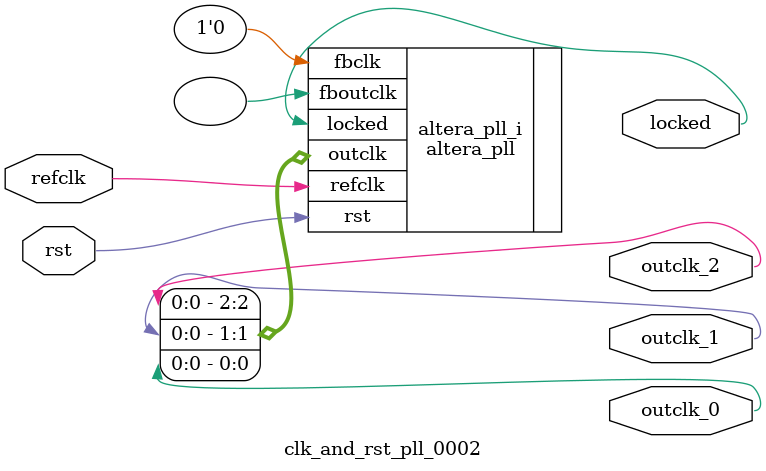
<source format=v>
`timescale 1ns/10ps
module  clk_and_rst_pll_0002(

	// interface 'refclk'
	input wire refclk,

	// interface 'reset'
	input wire rst,

	// interface 'outclk0'
	output wire outclk_0,

	// interface 'outclk1'
	output wire outclk_1,

	// interface 'outclk2'
	output wire outclk_2,

	// interface 'locked'
	output wire locked
);

	altera_pll #(
		.fractional_vco_multiplier("false"),
		.reference_clock_frequency("50.0 MHz"),
		.operation_mode("direct"),
		.number_of_clocks(3),
		.output_clock_frequency0("9.000000 MHz"),
		.phase_shift0("0 ps"),
		.duty_cycle0(50),
		.output_clock_frequency1("100.000000 MHz"),
		.phase_shift1("0 ps"),
		.duty_cycle1(50),
		.output_clock_frequency2("100.000000 MHz"),
		.phase_shift2("9167 ps"),
		.duty_cycle2(50),
		.output_clock_frequency3("0 MHz"),
		.phase_shift3("0 ps"),
		.duty_cycle3(50),
		.output_clock_frequency4("0 MHz"),
		.phase_shift4("0 ps"),
		.duty_cycle4(50),
		.output_clock_frequency5("0 MHz"),
		.phase_shift5("0 ps"),
		.duty_cycle5(50),
		.output_clock_frequency6("0 MHz"),
		.phase_shift6("0 ps"),
		.duty_cycle6(50),
		.output_clock_frequency7("0 MHz"),
		.phase_shift7("0 ps"),
		.duty_cycle7(50),
		.output_clock_frequency8("0 MHz"),
		.phase_shift8("0 ps"),
		.duty_cycle8(50),
		.output_clock_frequency9("0 MHz"),
		.phase_shift9("0 ps"),
		.duty_cycle9(50),
		.output_clock_frequency10("0 MHz"),
		.phase_shift10("0 ps"),
		.duty_cycle10(50),
		.output_clock_frequency11("0 MHz"),
		.phase_shift11("0 ps"),
		.duty_cycle11(50),
		.output_clock_frequency12("0 MHz"),
		.phase_shift12("0 ps"),
		.duty_cycle12(50),
		.output_clock_frequency13("0 MHz"),
		.phase_shift13("0 ps"),
		.duty_cycle13(50),
		.output_clock_frequency14("0 MHz"),
		.phase_shift14("0 ps"),
		.duty_cycle14(50),
		.output_clock_frequency15("0 MHz"),
		.phase_shift15("0 ps"),
		.duty_cycle15(50),
		.output_clock_frequency16("0 MHz"),
		.phase_shift16("0 ps"),
		.duty_cycle16(50),
		.output_clock_frequency17("0 MHz"),
		.phase_shift17("0 ps"),
		.duty_cycle17(50),
		.pll_type("General"),
		.pll_subtype("General")
	) altera_pll_i (
		.rst	(rst),
		.outclk	({outclk_2, outclk_1, outclk_0}),
		.locked	(locked),
		.fboutclk	( ),
		.fbclk	(1'b0),
		.refclk	(refclk)
	);
endmodule


</source>
